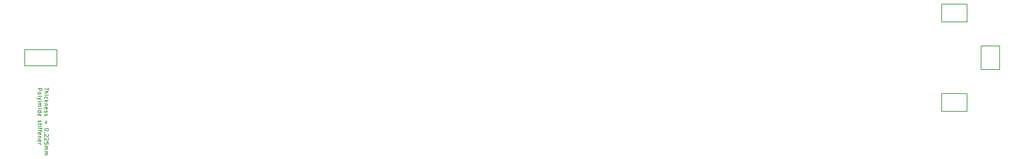
<source format=gbr>
G04 #@! TF.GenerationSoftware,KiCad,Pcbnew,7.0.7*
G04 #@! TF.CreationDate,2024-05-14T22:36:57+02:00*
G04 #@! TF.ProjectId,Thumb_V1,5468756d-625f-4563-912e-6b696361645f,rev?*
G04 #@! TF.SameCoordinates,Original*
G04 #@! TF.FileFunction,Other,User*
%FSLAX46Y46*%
G04 Gerber Fmt 4.6, Leading zero omitted, Abs format (unit mm)*
G04 Created by KiCad (PCBNEW 7.0.7) date 2024-05-14 22:36:57*
%MOMM*%
%LPD*%
G01*
G04 APERTURE LIST*
%ADD10C,0.150000*%
G04 APERTURE END LIST*
D10*
X38629533Y-123114000D02*
X30629532Y-123114000D01*
X30629533Y-119114000D01*
X38629532Y-119114000D01*
X38629533Y-123114000D01*
X256919530Y-129973999D02*
X263229532Y-129973999D01*
X263229532Y-134374000D01*
X256919530Y-134374000D01*
X256919530Y-129973999D01*
X271229534Y-118214001D02*
X271229532Y-124014000D01*
X266654134Y-124014000D01*
X266654133Y-118214000D01*
X271229534Y-118214001D01*
X256939532Y-107864000D02*
X263229531Y-107864000D01*
X263229531Y-112264000D01*
X256939532Y-112264000D01*
X256939532Y-107864000D01*
X36513437Y-128563337D02*
X36513437Y-129134765D01*
X35513437Y-128849051D02*
X36513437Y-128849051D01*
X35513437Y-129468099D02*
X36513437Y-129468099D01*
X35513437Y-129896670D02*
X36037247Y-129896670D01*
X36037247Y-129896670D02*
X36132485Y-129849051D01*
X36132485Y-129849051D02*
X36180104Y-129753813D01*
X36180104Y-129753813D02*
X36180104Y-129610956D01*
X36180104Y-129610956D02*
X36132485Y-129515718D01*
X36132485Y-129515718D02*
X36084866Y-129468099D01*
X35513437Y-130372861D02*
X36180104Y-130372861D01*
X36513437Y-130372861D02*
X36465818Y-130325242D01*
X36465818Y-130325242D02*
X36418199Y-130372861D01*
X36418199Y-130372861D02*
X36465818Y-130420480D01*
X36465818Y-130420480D02*
X36513437Y-130372861D01*
X36513437Y-130372861D02*
X36418199Y-130372861D01*
X35561057Y-131277622D02*
X35513437Y-131182384D01*
X35513437Y-131182384D02*
X35513437Y-130991908D01*
X35513437Y-130991908D02*
X35561057Y-130896670D01*
X35561057Y-130896670D02*
X35608676Y-130849051D01*
X35608676Y-130849051D02*
X35703914Y-130801432D01*
X35703914Y-130801432D02*
X35989628Y-130801432D01*
X35989628Y-130801432D02*
X36084866Y-130849051D01*
X36084866Y-130849051D02*
X36132485Y-130896670D01*
X36132485Y-130896670D02*
X36180104Y-130991908D01*
X36180104Y-130991908D02*
X36180104Y-131182384D01*
X36180104Y-131182384D02*
X36132485Y-131277622D01*
X35513437Y-131706194D02*
X36513437Y-131706194D01*
X35894390Y-131801432D02*
X35513437Y-132087146D01*
X36180104Y-132087146D02*
X35799152Y-131706194D01*
X36180104Y-132515718D02*
X35513437Y-132515718D01*
X36084866Y-132515718D02*
X36132485Y-132563337D01*
X36132485Y-132563337D02*
X36180104Y-132658575D01*
X36180104Y-132658575D02*
X36180104Y-132801432D01*
X36180104Y-132801432D02*
X36132485Y-132896670D01*
X36132485Y-132896670D02*
X36037247Y-132944289D01*
X36037247Y-132944289D02*
X35513437Y-132944289D01*
X35561057Y-133801432D02*
X35513437Y-133706194D01*
X35513437Y-133706194D02*
X35513437Y-133515718D01*
X35513437Y-133515718D02*
X35561057Y-133420480D01*
X35561057Y-133420480D02*
X35656295Y-133372861D01*
X35656295Y-133372861D02*
X36037247Y-133372861D01*
X36037247Y-133372861D02*
X36132485Y-133420480D01*
X36132485Y-133420480D02*
X36180104Y-133515718D01*
X36180104Y-133515718D02*
X36180104Y-133706194D01*
X36180104Y-133706194D02*
X36132485Y-133801432D01*
X36132485Y-133801432D02*
X36037247Y-133849051D01*
X36037247Y-133849051D02*
X35942009Y-133849051D01*
X35942009Y-133849051D02*
X35846771Y-133372861D01*
X35561057Y-134230004D02*
X35513437Y-134325242D01*
X35513437Y-134325242D02*
X35513437Y-134515718D01*
X35513437Y-134515718D02*
X35561057Y-134610956D01*
X35561057Y-134610956D02*
X35656295Y-134658575D01*
X35656295Y-134658575D02*
X35703914Y-134658575D01*
X35703914Y-134658575D02*
X35799152Y-134610956D01*
X35799152Y-134610956D02*
X35846771Y-134515718D01*
X35846771Y-134515718D02*
X35846771Y-134372861D01*
X35846771Y-134372861D02*
X35894390Y-134277623D01*
X35894390Y-134277623D02*
X35989628Y-134230004D01*
X35989628Y-134230004D02*
X36037247Y-134230004D01*
X36037247Y-134230004D02*
X36132485Y-134277623D01*
X36132485Y-134277623D02*
X36180104Y-134372861D01*
X36180104Y-134372861D02*
X36180104Y-134515718D01*
X36180104Y-134515718D02*
X36132485Y-134610956D01*
X35561057Y-135039528D02*
X35513437Y-135134766D01*
X35513437Y-135134766D02*
X35513437Y-135325242D01*
X35513437Y-135325242D02*
X35561057Y-135420480D01*
X35561057Y-135420480D02*
X35656295Y-135468099D01*
X35656295Y-135468099D02*
X35703914Y-135468099D01*
X35703914Y-135468099D02*
X35799152Y-135420480D01*
X35799152Y-135420480D02*
X35846771Y-135325242D01*
X35846771Y-135325242D02*
X35846771Y-135182385D01*
X35846771Y-135182385D02*
X35894390Y-135087147D01*
X35894390Y-135087147D02*
X35989628Y-135039528D01*
X35989628Y-135039528D02*
X36037247Y-135039528D01*
X36037247Y-135039528D02*
X36132485Y-135087147D01*
X36132485Y-135087147D02*
X36180104Y-135182385D01*
X36180104Y-135182385D02*
X36180104Y-135325242D01*
X36180104Y-135325242D02*
X36132485Y-135420480D01*
X36037247Y-136658576D02*
X36037247Y-137420481D01*
X35751533Y-137420481D02*
X35751533Y-136658576D01*
X36513437Y-138849052D02*
X36513437Y-138944290D01*
X36513437Y-138944290D02*
X36465818Y-139039528D01*
X36465818Y-139039528D02*
X36418199Y-139087147D01*
X36418199Y-139087147D02*
X36322961Y-139134766D01*
X36322961Y-139134766D02*
X36132485Y-139182385D01*
X36132485Y-139182385D02*
X35894390Y-139182385D01*
X35894390Y-139182385D02*
X35703914Y-139134766D01*
X35703914Y-139134766D02*
X35608676Y-139087147D01*
X35608676Y-139087147D02*
X35561057Y-139039528D01*
X35561057Y-139039528D02*
X35513437Y-138944290D01*
X35513437Y-138944290D02*
X35513437Y-138849052D01*
X35513437Y-138849052D02*
X35561057Y-138753814D01*
X35561057Y-138753814D02*
X35608676Y-138706195D01*
X35608676Y-138706195D02*
X35703914Y-138658576D01*
X35703914Y-138658576D02*
X35894390Y-138610957D01*
X35894390Y-138610957D02*
X36132485Y-138610957D01*
X36132485Y-138610957D02*
X36322961Y-138658576D01*
X36322961Y-138658576D02*
X36418199Y-138706195D01*
X36418199Y-138706195D02*
X36465818Y-138753814D01*
X36465818Y-138753814D02*
X36513437Y-138849052D01*
X35608676Y-139610957D02*
X35561057Y-139658576D01*
X35561057Y-139658576D02*
X35513437Y-139610957D01*
X35513437Y-139610957D02*
X35561057Y-139563338D01*
X35561057Y-139563338D02*
X35608676Y-139610957D01*
X35608676Y-139610957D02*
X35513437Y-139610957D01*
X36418199Y-140039528D02*
X36465818Y-140087147D01*
X36465818Y-140087147D02*
X36513437Y-140182385D01*
X36513437Y-140182385D02*
X36513437Y-140420480D01*
X36513437Y-140420480D02*
X36465818Y-140515718D01*
X36465818Y-140515718D02*
X36418199Y-140563337D01*
X36418199Y-140563337D02*
X36322961Y-140610956D01*
X36322961Y-140610956D02*
X36227723Y-140610956D01*
X36227723Y-140610956D02*
X36084866Y-140563337D01*
X36084866Y-140563337D02*
X35513437Y-139991909D01*
X35513437Y-139991909D02*
X35513437Y-140610956D01*
X36418199Y-140991909D02*
X36465818Y-141039528D01*
X36465818Y-141039528D02*
X36513437Y-141134766D01*
X36513437Y-141134766D02*
X36513437Y-141372861D01*
X36513437Y-141372861D02*
X36465818Y-141468099D01*
X36465818Y-141468099D02*
X36418199Y-141515718D01*
X36418199Y-141515718D02*
X36322961Y-141563337D01*
X36322961Y-141563337D02*
X36227723Y-141563337D01*
X36227723Y-141563337D02*
X36084866Y-141515718D01*
X36084866Y-141515718D02*
X35513437Y-140944290D01*
X35513437Y-140944290D02*
X35513437Y-141563337D01*
X36513437Y-142468099D02*
X36513437Y-141991909D01*
X36513437Y-141991909D02*
X36037247Y-141944290D01*
X36037247Y-141944290D02*
X36084866Y-141991909D01*
X36084866Y-141991909D02*
X36132485Y-142087147D01*
X36132485Y-142087147D02*
X36132485Y-142325242D01*
X36132485Y-142325242D02*
X36084866Y-142420480D01*
X36084866Y-142420480D02*
X36037247Y-142468099D01*
X36037247Y-142468099D02*
X35942009Y-142515718D01*
X35942009Y-142515718D02*
X35703914Y-142515718D01*
X35703914Y-142515718D02*
X35608676Y-142468099D01*
X35608676Y-142468099D02*
X35561057Y-142420480D01*
X35561057Y-142420480D02*
X35513437Y-142325242D01*
X35513437Y-142325242D02*
X35513437Y-142087147D01*
X35513437Y-142087147D02*
X35561057Y-141991909D01*
X35561057Y-141991909D02*
X35608676Y-141944290D01*
X35513437Y-142944290D02*
X36180104Y-142944290D01*
X36084866Y-142944290D02*
X36132485Y-142991909D01*
X36132485Y-142991909D02*
X36180104Y-143087147D01*
X36180104Y-143087147D02*
X36180104Y-143230004D01*
X36180104Y-143230004D02*
X36132485Y-143325242D01*
X36132485Y-143325242D02*
X36037247Y-143372861D01*
X36037247Y-143372861D02*
X35513437Y-143372861D01*
X36037247Y-143372861D02*
X36132485Y-143420480D01*
X36132485Y-143420480D02*
X36180104Y-143515718D01*
X36180104Y-143515718D02*
X36180104Y-143658575D01*
X36180104Y-143658575D02*
X36132485Y-143753814D01*
X36132485Y-143753814D02*
X36037247Y-143801433D01*
X36037247Y-143801433D02*
X35513437Y-143801433D01*
X35513437Y-144277623D02*
X36180104Y-144277623D01*
X36084866Y-144277623D02*
X36132485Y-144325242D01*
X36132485Y-144325242D02*
X36180104Y-144420480D01*
X36180104Y-144420480D02*
X36180104Y-144563337D01*
X36180104Y-144563337D02*
X36132485Y-144658575D01*
X36132485Y-144658575D02*
X36037247Y-144706194D01*
X36037247Y-144706194D02*
X35513437Y-144706194D01*
X36037247Y-144706194D02*
X36132485Y-144753813D01*
X36132485Y-144753813D02*
X36180104Y-144849051D01*
X36180104Y-144849051D02*
X36180104Y-144991908D01*
X36180104Y-144991908D02*
X36132485Y-145087147D01*
X36132485Y-145087147D02*
X36037247Y-145134766D01*
X36037247Y-145134766D02*
X35513437Y-145134766D01*
X33903437Y-128706194D02*
X34903437Y-128706194D01*
X34903437Y-128706194D02*
X34903437Y-129087146D01*
X34903437Y-129087146D02*
X34855818Y-129182384D01*
X34855818Y-129182384D02*
X34808199Y-129230003D01*
X34808199Y-129230003D02*
X34712961Y-129277622D01*
X34712961Y-129277622D02*
X34570104Y-129277622D01*
X34570104Y-129277622D02*
X34474866Y-129230003D01*
X34474866Y-129230003D02*
X34427247Y-129182384D01*
X34427247Y-129182384D02*
X34379628Y-129087146D01*
X34379628Y-129087146D02*
X34379628Y-128706194D01*
X33903437Y-129849051D02*
X33951057Y-129753813D01*
X33951057Y-129753813D02*
X33998676Y-129706194D01*
X33998676Y-129706194D02*
X34093914Y-129658575D01*
X34093914Y-129658575D02*
X34379628Y-129658575D01*
X34379628Y-129658575D02*
X34474866Y-129706194D01*
X34474866Y-129706194D02*
X34522485Y-129753813D01*
X34522485Y-129753813D02*
X34570104Y-129849051D01*
X34570104Y-129849051D02*
X34570104Y-129991908D01*
X34570104Y-129991908D02*
X34522485Y-130087146D01*
X34522485Y-130087146D02*
X34474866Y-130134765D01*
X34474866Y-130134765D02*
X34379628Y-130182384D01*
X34379628Y-130182384D02*
X34093914Y-130182384D01*
X34093914Y-130182384D02*
X33998676Y-130134765D01*
X33998676Y-130134765D02*
X33951057Y-130087146D01*
X33951057Y-130087146D02*
X33903437Y-129991908D01*
X33903437Y-129991908D02*
X33903437Y-129849051D01*
X33903437Y-130753813D02*
X33951057Y-130658575D01*
X33951057Y-130658575D02*
X34046295Y-130610956D01*
X34046295Y-130610956D02*
X34903437Y-130610956D01*
X34570104Y-131039528D02*
X33903437Y-131277623D01*
X34570104Y-131515718D02*
X33903437Y-131277623D01*
X33903437Y-131277623D02*
X33665342Y-131182385D01*
X33665342Y-131182385D02*
X33617723Y-131134766D01*
X33617723Y-131134766D02*
X33570104Y-131039528D01*
X33903437Y-131896671D02*
X34570104Y-131896671D01*
X34903437Y-131896671D02*
X34855818Y-131849052D01*
X34855818Y-131849052D02*
X34808199Y-131896671D01*
X34808199Y-131896671D02*
X34855818Y-131944290D01*
X34855818Y-131944290D02*
X34903437Y-131896671D01*
X34903437Y-131896671D02*
X34808199Y-131896671D01*
X33903437Y-132372861D02*
X34570104Y-132372861D01*
X34474866Y-132372861D02*
X34522485Y-132420480D01*
X34522485Y-132420480D02*
X34570104Y-132515718D01*
X34570104Y-132515718D02*
X34570104Y-132658575D01*
X34570104Y-132658575D02*
X34522485Y-132753813D01*
X34522485Y-132753813D02*
X34427247Y-132801432D01*
X34427247Y-132801432D02*
X33903437Y-132801432D01*
X34427247Y-132801432D02*
X34522485Y-132849051D01*
X34522485Y-132849051D02*
X34570104Y-132944289D01*
X34570104Y-132944289D02*
X34570104Y-133087146D01*
X34570104Y-133087146D02*
X34522485Y-133182385D01*
X34522485Y-133182385D02*
X34427247Y-133230004D01*
X34427247Y-133230004D02*
X33903437Y-133230004D01*
X33903437Y-133706194D02*
X34570104Y-133706194D01*
X34903437Y-133706194D02*
X34855818Y-133658575D01*
X34855818Y-133658575D02*
X34808199Y-133706194D01*
X34808199Y-133706194D02*
X34855818Y-133753813D01*
X34855818Y-133753813D02*
X34903437Y-133706194D01*
X34903437Y-133706194D02*
X34808199Y-133706194D01*
X33903437Y-134610955D02*
X34903437Y-134610955D01*
X33951057Y-134610955D02*
X33903437Y-134515717D01*
X33903437Y-134515717D02*
X33903437Y-134325241D01*
X33903437Y-134325241D02*
X33951057Y-134230003D01*
X33951057Y-134230003D02*
X33998676Y-134182384D01*
X33998676Y-134182384D02*
X34093914Y-134134765D01*
X34093914Y-134134765D02*
X34379628Y-134134765D01*
X34379628Y-134134765D02*
X34474866Y-134182384D01*
X34474866Y-134182384D02*
X34522485Y-134230003D01*
X34522485Y-134230003D02*
X34570104Y-134325241D01*
X34570104Y-134325241D02*
X34570104Y-134515717D01*
X34570104Y-134515717D02*
X34522485Y-134610955D01*
X33951057Y-135468098D02*
X33903437Y-135372860D01*
X33903437Y-135372860D02*
X33903437Y-135182384D01*
X33903437Y-135182384D02*
X33951057Y-135087146D01*
X33951057Y-135087146D02*
X34046295Y-135039527D01*
X34046295Y-135039527D02*
X34427247Y-135039527D01*
X34427247Y-135039527D02*
X34522485Y-135087146D01*
X34522485Y-135087146D02*
X34570104Y-135182384D01*
X34570104Y-135182384D02*
X34570104Y-135372860D01*
X34570104Y-135372860D02*
X34522485Y-135468098D01*
X34522485Y-135468098D02*
X34427247Y-135515717D01*
X34427247Y-135515717D02*
X34332009Y-135515717D01*
X34332009Y-135515717D02*
X34236771Y-135039527D01*
X33951057Y-136658575D02*
X33903437Y-136753813D01*
X33903437Y-136753813D02*
X33903437Y-136944289D01*
X33903437Y-136944289D02*
X33951057Y-137039527D01*
X33951057Y-137039527D02*
X34046295Y-137087146D01*
X34046295Y-137087146D02*
X34093914Y-137087146D01*
X34093914Y-137087146D02*
X34189152Y-137039527D01*
X34189152Y-137039527D02*
X34236771Y-136944289D01*
X34236771Y-136944289D02*
X34236771Y-136801432D01*
X34236771Y-136801432D02*
X34284390Y-136706194D01*
X34284390Y-136706194D02*
X34379628Y-136658575D01*
X34379628Y-136658575D02*
X34427247Y-136658575D01*
X34427247Y-136658575D02*
X34522485Y-136706194D01*
X34522485Y-136706194D02*
X34570104Y-136801432D01*
X34570104Y-136801432D02*
X34570104Y-136944289D01*
X34570104Y-136944289D02*
X34522485Y-137039527D01*
X34570104Y-137372861D02*
X34570104Y-137753813D01*
X34903437Y-137515718D02*
X34046295Y-137515718D01*
X34046295Y-137515718D02*
X33951057Y-137563337D01*
X33951057Y-137563337D02*
X33903437Y-137658575D01*
X33903437Y-137658575D02*
X33903437Y-137753813D01*
X33903437Y-138087147D02*
X34570104Y-138087147D01*
X34903437Y-138087147D02*
X34855818Y-138039528D01*
X34855818Y-138039528D02*
X34808199Y-138087147D01*
X34808199Y-138087147D02*
X34855818Y-138134766D01*
X34855818Y-138134766D02*
X34903437Y-138087147D01*
X34903437Y-138087147D02*
X34808199Y-138087147D01*
X34570104Y-138420480D02*
X34570104Y-138801432D01*
X33903437Y-138563337D02*
X34760580Y-138563337D01*
X34760580Y-138563337D02*
X34855818Y-138610956D01*
X34855818Y-138610956D02*
X34903437Y-138706194D01*
X34903437Y-138706194D02*
X34903437Y-138801432D01*
X34570104Y-138991909D02*
X34570104Y-139372861D01*
X33903437Y-139134766D02*
X34760580Y-139134766D01*
X34760580Y-139134766D02*
X34855818Y-139182385D01*
X34855818Y-139182385D02*
X34903437Y-139277623D01*
X34903437Y-139277623D02*
X34903437Y-139372861D01*
X33951057Y-140087147D02*
X33903437Y-139991909D01*
X33903437Y-139991909D02*
X33903437Y-139801433D01*
X33903437Y-139801433D02*
X33951057Y-139706195D01*
X33951057Y-139706195D02*
X34046295Y-139658576D01*
X34046295Y-139658576D02*
X34427247Y-139658576D01*
X34427247Y-139658576D02*
X34522485Y-139706195D01*
X34522485Y-139706195D02*
X34570104Y-139801433D01*
X34570104Y-139801433D02*
X34570104Y-139991909D01*
X34570104Y-139991909D02*
X34522485Y-140087147D01*
X34522485Y-140087147D02*
X34427247Y-140134766D01*
X34427247Y-140134766D02*
X34332009Y-140134766D01*
X34332009Y-140134766D02*
X34236771Y-139658576D01*
X34570104Y-140563338D02*
X33903437Y-140563338D01*
X34474866Y-140563338D02*
X34522485Y-140610957D01*
X34522485Y-140610957D02*
X34570104Y-140706195D01*
X34570104Y-140706195D02*
X34570104Y-140849052D01*
X34570104Y-140849052D02*
X34522485Y-140944290D01*
X34522485Y-140944290D02*
X34427247Y-140991909D01*
X34427247Y-140991909D02*
X33903437Y-140991909D01*
X33951057Y-141849052D02*
X33903437Y-141753814D01*
X33903437Y-141753814D02*
X33903437Y-141563338D01*
X33903437Y-141563338D02*
X33951057Y-141468100D01*
X33951057Y-141468100D02*
X34046295Y-141420481D01*
X34046295Y-141420481D02*
X34427247Y-141420481D01*
X34427247Y-141420481D02*
X34522485Y-141468100D01*
X34522485Y-141468100D02*
X34570104Y-141563338D01*
X34570104Y-141563338D02*
X34570104Y-141753814D01*
X34570104Y-141753814D02*
X34522485Y-141849052D01*
X34522485Y-141849052D02*
X34427247Y-141896671D01*
X34427247Y-141896671D02*
X34332009Y-141896671D01*
X34332009Y-141896671D02*
X34236771Y-141420481D01*
X33903437Y-142325243D02*
X34570104Y-142325243D01*
X34379628Y-142325243D02*
X34474866Y-142372862D01*
X34474866Y-142372862D02*
X34522485Y-142420481D01*
X34522485Y-142420481D02*
X34570104Y-142515719D01*
X34570104Y-142515719D02*
X34570104Y-142610957D01*
M02*

</source>
